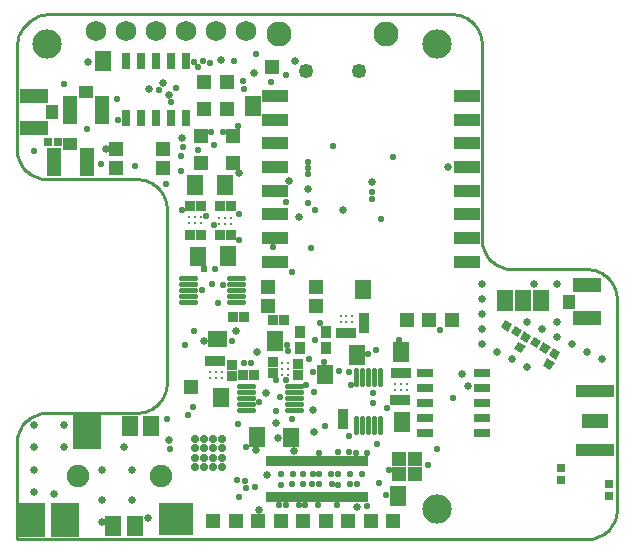
<source format=gbr>
G04 EAGLE Gerber RS-274X export*
G75*
%MOMM*%
%FSLAX34Y34*%
%LPD*%
%INSoldermask Top*%
%IPPOS*%
%AMOC8*
5,1,8,0,0,1.08239X$1,22.5*%
G01*
%ADD10C,2.489200*%
%ADD11R,1.203200X1.203200*%
%ADD12R,0.823200X0.823200*%
%ADD13R,0.711200X1.473200*%
%ADD14R,0.246381X0.787400*%
%ADD15R,8.737600X0.812800*%
%ADD16R,1.473200X0.711200*%
%ADD17C,2.103200*%
%ADD18C,1.253200*%
%ADD19R,1.473200X0.838200*%
%ADD20R,0.863200X1.103200*%
%ADD21R,1.371600X1.803400*%
%ADD22C,0.325000*%
%ADD23C,0.453200*%
%ADD24R,2.203200X1.003200*%
%ADD25R,2.403200X1.253200*%
%ADD26R,1.003200X1.203200*%
%ADD27C,1.727200*%
%ADD28R,3.200000X1.000000*%
%ADD29R,2.200000X1.200000*%
%ADD30R,0.700000X0.700000*%
%ADD31R,1.253200X2.403200*%
%ADD32R,1.203200X1.003200*%
%ADD33R,0.703200X0.703200*%
%ADD34R,0.700000X0.700000*%
%ADD35R,0.703200X0.703200*%
%ADD36C,0.703200*%
%ADD37R,2.203200X3.003200*%
%ADD38R,3.003200X2.803200*%
%ADD39R,2.403200X3.003200*%
%ADD40C,1.903200*%
%ADD41R,0.838200X1.473200*%
%ADD42R,1.353200X1.653200*%
%ADD43R,1.303200X1.303200*%
%ADD44C,0.584200*%
%ADD45C,0.660400*%
%ADD46C,0.558800*%
%ADD47C,0.609600*%
%ADD48C,0.254000*%


D10*
X355600Y25400D03*
X25400Y419100D03*
X355600Y419100D03*
D11*
X323850Y68072D03*
X337566Y68072D03*
X337566Y54864D03*
X185420Y15240D03*
X223520Y15240D03*
X261620Y15240D03*
X280670Y15240D03*
X242570Y15240D03*
X204470Y15240D03*
D12*
X328858Y117602D03*
X319858Y117602D03*
X329874Y140462D03*
X320874Y140462D03*
X283138Y174752D03*
X274138Y174752D03*
X294132Y187634D03*
X294132Y178634D03*
X146630Y281940D03*
X155630Y281940D03*
X146630Y257810D03*
X155630Y257810D03*
X181030Y257810D03*
X172030Y257810D03*
X181030Y281940D03*
X172030Y281940D03*
X237998Y148010D03*
X237998Y139010D03*
X216662Y149788D03*
X216662Y140788D03*
X226242Y185420D03*
X217242Y185420D03*
D11*
X318770Y15240D03*
X299720Y15240D03*
D13*
X92202Y356870D03*
X92202Y405130D03*
X104902Y356870D03*
X104902Y405130D03*
X117602Y356870D03*
X117602Y405130D03*
X130302Y356870D03*
X130302Y405130D03*
X143002Y356870D03*
X143002Y405130D03*
D14*
X252006Y35433D03*
X248006Y35433D03*
X244006Y35433D03*
X240006Y35433D03*
X236006Y35433D03*
X232006Y35433D03*
X228006Y35433D03*
X224006Y35433D03*
X220006Y35433D03*
X216006Y35433D03*
X212006Y35433D03*
X296006Y35433D03*
X292006Y35433D03*
X288006Y35433D03*
X284006Y35433D03*
X280006Y35433D03*
X276006Y35433D03*
X272006Y35433D03*
X268006Y35433D03*
X264006Y35433D03*
X260006Y35433D03*
X256006Y35433D03*
X248006Y66167D03*
X244006Y66167D03*
X240006Y66167D03*
X236006Y66167D03*
X232006Y66167D03*
X228006Y66167D03*
X224006Y66167D03*
X220006Y66167D03*
X216006Y66167D03*
X212006Y66167D03*
X296006Y66167D03*
X292006Y66167D03*
X288006Y66167D03*
X284006Y66167D03*
X280006Y66167D03*
X276006Y66167D03*
X272006Y66167D03*
X268006Y66167D03*
X264006Y66167D03*
X260006Y66167D03*
X256006Y66167D03*
X252006Y66167D03*
D15*
X254000Y35560D03*
X254000Y66040D03*
D16*
X345694Y140970D03*
X393954Y140970D03*
X345694Y128270D03*
X393954Y128270D03*
X345694Y115570D03*
X393954Y115570D03*
X345694Y102870D03*
X393954Y102870D03*
X345694Y90170D03*
X393954Y90170D03*
D17*
X312208Y427482D03*
X222208Y427482D03*
D18*
X244958Y396232D03*
X289458Y396232D03*
D19*
X293116Y207264D03*
X293116Y215392D03*
X288036Y152146D03*
X288036Y160274D03*
X326136Y94996D03*
X326136Y103124D03*
X232156Y82042D03*
X232156Y90170D03*
X203708Y82550D03*
X203708Y90678D03*
X72898Y408940D03*
X72898Y400812D03*
X323088Y40640D03*
X323088Y32512D03*
X325374Y154432D03*
X325374Y162560D03*
X153416Y243586D03*
X153416Y235458D03*
X176530Y295656D03*
X176530Y303784D03*
X218948Y163830D03*
X218948Y171958D03*
X261112Y135382D03*
X261112Y143510D03*
X178816Y235966D03*
X178816Y244094D03*
X151130Y303784D03*
X151130Y295656D03*
D20*
X239494Y162160D03*
X261394Y162160D03*
X261394Y175660D03*
X239494Y175660D03*
D21*
G36*
X419930Y193105D02*
X406215Y193128D01*
X406246Y211161D01*
X419961Y211138D01*
X419930Y193105D01*
G37*
G36*
X435170Y193078D02*
X421455Y193101D01*
X421486Y211134D01*
X435201Y211111D01*
X435170Y193078D01*
G37*
G36*
X450410Y193051D02*
X436695Y193074D01*
X436726Y211107D01*
X450441Y211084D01*
X450410Y193051D01*
G37*
D22*
X330374Y126532D03*
X330374Y131532D03*
X325374Y126532D03*
X325374Y131532D03*
X320374Y126532D03*
X320374Y131532D03*
X229830Y149018D03*
X224830Y149018D03*
X229830Y144018D03*
X224830Y144018D03*
X229830Y139018D03*
X224830Y139018D03*
D23*
X200126Y129888D02*
X188126Y129888D01*
X188126Y124888D02*
X200126Y124888D01*
X200126Y119888D02*
X188126Y119888D01*
X188126Y114888D02*
X200126Y114888D01*
X200126Y109888D02*
X188126Y109888D01*
X228626Y109888D02*
X240626Y109888D01*
X240626Y114888D02*
X228626Y114888D01*
X228626Y119888D02*
X240626Y119888D01*
X240626Y124888D02*
X228626Y124888D01*
X228626Y129888D02*
X240626Y129888D01*
D24*
X380974Y235188D03*
X380974Y255188D03*
X380974Y275188D03*
X380974Y295188D03*
X380974Y315188D03*
X380974Y335188D03*
X380974Y355188D03*
X380974Y375188D03*
X218974Y375188D03*
X218974Y355188D03*
X218974Y335188D03*
X218974Y315188D03*
X218974Y295188D03*
X218974Y275188D03*
X218974Y255188D03*
X218974Y235188D03*
D23*
X191350Y200820D02*
X179350Y200820D01*
X179350Y205820D02*
X191350Y205820D01*
X191350Y210820D02*
X179350Y210820D01*
X179350Y215820D02*
X191350Y215820D01*
X191350Y220820D02*
X179350Y220820D01*
X150850Y220820D02*
X138850Y220820D01*
X138850Y215820D02*
X150850Y215820D01*
X150850Y210820D02*
X138850Y210820D01*
X138850Y205820D02*
X150850Y205820D01*
X150850Y200820D02*
X138850Y200820D01*
X287180Y102844D02*
X287180Y90844D01*
X292180Y90844D02*
X292180Y102844D01*
X297180Y102844D02*
X297180Y90844D01*
X302180Y90844D02*
X302180Y102844D01*
X307180Y102844D02*
X307180Y90844D01*
X307180Y131344D02*
X307180Y143344D01*
X302180Y143344D02*
X302180Y131344D01*
X297180Y131344D02*
X297180Y143344D01*
X292180Y143344D02*
X292180Y131344D01*
X287180Y131344D02*
X287180Y143344D01*
D22*
X284146Y183682D03*
X284146Y188682D03*
X279146Y183682D03*
X279146Y188682D03*
X274146Y183682D03*
X274146Y188682D03*
X146130Y273010D03*
X146130Y268010D03*
X151130Y273010D03*
X151130Y268010D03*
X156130Y273010D03*
X156130Y268010D03*
X181530Y266740D03*
X181530Y271740D03*
X176530Y266740D03*
X176530Y271740D03*
X171530Y266740D03*
X171530Y271740D03*
D11*
X215900Y400050D03*
D25*
X482854Y187418D03*
X482854Y214918D03*
D26*
X467604Y201168D03*
D27*
X118066Y429986D03*
X143466Y429986D03*
X67266Y429986D03*
X92666Y429986D03*
X168866Y429986D03*
X194266Y429986D03*
D28*
X489808Y125390D03*
X489808Y75390D03*
D29*
X489808Y100390D03*
D30*
X501492Y36466D03*
X501492Y46466D03*
X460832Y60426D03*
X460832Y50426D03*
D11*
X83886Y314326D03*
X83886Y330326D03*
X123886Y330326D03*
X123886Y314326D03*
X212918Y197740D03*
X212918Y213740D03*
X252918Y213740D03*
X252918Y197740D03*
D25*
X14478Y375700D03*
X14478Y348200D03*
D26*
X29728Y361950D03*
D31*
X44924Y363474D03*
X72424Y363474D03*
D32*
X58674Y378724D03*
D31*
X31716Y319278D03*
X59216Y319278D03*
D32*
X45466Y334528D03*
D33*
X35234Y336042D03*
X26234Y336042D03*
D34*
G36*
X415711Y175923D02*
X409649Y179423D01*
X413149Y185485D01*
X419211Y181985D01*
X415711Y175923D01*
G37*
G36*
X424371Y170923D02*
X418309Y174423D01*
X421809Y180485D01*
X427871Y176985D01*
X424371Y170923D01*
G37*
G36*
X426181Y169902D02*
X429681Y175964D01*
X435743Y172464D01*
X432243Y166402D01*
X426181Y169902D01*
G37*
G36*
X421181Y161241D02*
X424681Y167303D01*
X430743Y163803D01*
X427243Y157741D01*
X421181Y161241D01*
G37*
G36*
X450738Y155724D02*
X454238Y161786D01*
X460300Y158286D01*
X456800Y152224D01*
X450738Y155724D01*
G37*
G36*
X445738Y147063D02*
X449238Y153125D01*
X455300Y149625D01*
X451800Y143563D01*
X445738Y147063D01*
G37*
D35*
G36*
X440572Y161551D02*
X434484Y165067D01*
X438000Y171155D01*
X444088Y167639D01*
X440572Y161551D01*
G37*
G36*
X448367Y157051D02*
X442279Y160567D01*
X445795Y166655D01*
X451883Y163139D01*
X448367Y157051D01*
G37*
D36*
X173990Y61214D03*
X173990Y68834D03*
X173990Y76962D03*
X173990Y84582D03*
X166370Y61214D03*
X166370Y68834D03*
X166370Y76962D03*
X166370Y84582D03*
X158242Y61214D03*
X158242Y68834D03*
X158242Y76962D03*
X158242Y84582D03*
X150622Y61214D03*
X150622Y68834D03*
X150622Y76962D03*
X150622Y84582D03*
D37*
X12828Y16594D03*
D38*
X134828Y17594D03*
D39*
X59828Y90594D03*
X40828Y16594D03*
D40*
X51828Y53594D03*
X121828Y53594D03*
D12*
X182118Y138502D03*
X182118Y147502D03*
X172394Y150876D03*
X163394Y150876D03*
D22*
X173402Y136946D03*
X173402Y141946D03*
X168402Y136946D03*
X168402Y141946D03*
X163402Y136946D03*
X163402Y141946D03*
D41*
X173990Y169164D03*
X165862Y169164D03*
D19*
X172974Y116078D03*
X172974Y124206D03*
D42*
X81678Y11176D03*
X99678Y11176D03*
X113648Y96266D03*
X95648Y96266D03*
D43*
X147574Y128524D03*
D11*
X156210Y341630D03*
X182880Y341630D03*
X349250Y185420D03*
X182880Y318770D03*
X156210Y318770D03*
X177800Y387350D03*
X158750Y387350D03*
X368300Y185420D03*
X330200Y185420D03*
X177800Y364490D03*
X158750Y364490D03*
X323850Y54864D03*
D19*
X200154Y362772D03*
X200154Y370900D03*
D11*
X166370Y15240D03*
D12*
X191842Y139446D03*
X200842Y139446D03*
X192206Y188468D03*
X183206Y188468D03*
X276098Y97354D03*
X276098Y106354D03*
D44*
X355600Y76200D03*
X86106Y354838D03*
X120142Y380746D03*
X139192Y324612D03*
X167640Y228600D03*
X198120Y149098D03*
X250952Y141224D03*
X219710Y108458D03*
X215392Y387096D03*
X228092Y393446D03*
X201930Y44450D03*
X186690Y50546D03*
X142494Y164592D03*
X71374Y317500D03*
X100076Y316230D03*
X125984Y300990D03*
X140462Y331978D03*
X139700Y278384D03*
X188214Y275590D03*
X308692Y271354D03*
X307086Y47752D03*
X312928Y37338D03*
X187198Y97790D03*
X313182Y110998D03*
X280924Y141478D03*
D45*
X250698Y109474D03*
X234696Y74422D03*
D44*
X229616Y159512D03*
D45*
X393700Y215900D03*
X393700Y203200D03*
X393700Y190500D03*
X393700Y177800D03*
X393700Y165100D03*
X431800Y184150D03*
X444500Y177800D03*
X457200Y171450D03*
X469900Y165100D03*
X482600Y158750D03*
X495300Y152400D03*
D44*
X187706Y350266D03*
D45*
X406400Y158750D03*
X419100Y152400D03*
X431800Y146050D03*
D44*
X14986Y328676D03*
X59436Y347726D03*
X40386Y385826D03*
X84836Y373126D03*
D45*
X457200Y215900D03*
X438150Y215900D03*
X457200Y184150D03*
D44*
X246462Y308946D03*
X246462Y319106D03*
X246462Y314026D03*
X222250Y28702D03*
X228346Y285496D03*
X252730Y168402D03*
X271272Y28702D03*
X217170Y247396D03*
D45*
X246716Y296482D03*
X301072Y302596D03*
X276180Y278720D03*
D44*
X323850Y168656D03*
X239014Y28702D03*
X248920Y246888D03*
X261112Y95758D03*
X193040Y49530D03*
X272034Y73660D03*
X188468Y36068D03*
X255016Y28702D03*
X232664Y226314D03*
X300818Y293960D03*
D45*
X382016Y129540D03*
D44*
X300564Y287864D03*
D45*
X377190Y140208D03*
D44*
X246208Y284308D03*
X256286Y73152D03*
D45*
X230632Y303022D03*
X239014Y273050D03*
D44*
X252812Y278466D03*
D45*
X365252Y315468D03*
X123952Y386334D03*
D44*
X163322Y403352D03*
D45*
X172974Y405384D03*
X112014Y381508D03*
X75438Y330200D03*
X59944Y404368D03*
X201168Y394716D03*
D44*
X292100Y55118D03*
X130302Y370078D03*
X287528Y72898D03*
D45*
X129032Y376174D03*
X251968Y90424D03*
D44*
X296164Y28448D03*
X202692Y410718D03*
X149860Y404114D03*
D45*
X288036Y27432D03*
D44*
X296164Y72898D03*
X134620Y381762D03*
D46*
X287655Y46990D03*
D44*
X183642Y405130D03*
D46*
X219075Y134493D03*
X182118Y167640D03*
D44*
X228600Y164592D03*
D45*
X203708Y158496D03*
X185420Y176276D03*
D44*
X174498Y344932D03*
X174498Y214884D03*
X192786Y381000D03*
X223266Y120142D03*
X301498Y115570D03*
X358394Y177038D03*
X297688Y156718D03*
X164846Y344424D03*
X156718Y210820D03*
X256540Y183134D03*
X304292Y160020D03*
X160528Y273812D03*
X153670Y329692D03*
X228346Y134620D03*
X191516Y388366D03*
X315214Y58420D03*
X139192Y311404D03*
X166878Y265938D03*
X166878Y333756D03*
D47*
X158750Y229108D03*
D44*
X227838Y28702D03*
X260350Y149860D03*
X244094Y28702D03*
X273050Y142494D03*
D45*
X188214Y309880D03*
D44*
X267798Y333330D03*
X188214Y253238D03*
D46*
X233426Y101854D03*
X281305Y73660D03*
D44*
X281432Y87122D03*
D45*
X235712Y405130D03*
D44*
X318262Y323596D03*
X369570Y119634D03*
D45*
X204724Y24384D03*
X212090Y54102D03*
D44*
X247015Y152400D03*
X224028Y55118D03*
X233680Y55118D03*
X242062Y55118D03*
X250444Y55118D03*
X256032Y55118D03*
X266446Y55118D03*
X271780Y55118D03*
X281940Y55118D03*
X224028Y46228D03*
X232664Y46482D03*
X242062Y46482D03*
X250190Y46482D03*
X255524Y46482D03*
X266700Y46482D03*
X271780Y46228D03*
X281940Y46482D03*
D45*
X221488Y85344D03*
D44*
X305054Y80899D03*
X192532Y149606D03*
X348234Y63246D03*
X193675Y43815D03*
X244856Y130810D03*
X170688Y199898D03*
X194310Y77978D03*
X282702Y130556D03*
X165100Y215900D03*
X251968Y124714D03*
X302006Y123952D03*
D45*
X202946Y75184D03*
X139700Y340106D03*
X158750Y167894D03*
X211074Y124206D03*
X219710Y98044D03*
D44*
X157480Y404622D03*
X149860Y176022D03*
X130048Y76200D03*
X145288Y105156D03*
X153416Y399542D03*
X204724Y116078D03*
D45*
X31750Y38100D03*
X129032Y84074D03*
X97282Y58674D03*
X14732Y96774D03*
X40132Y96774D03*
X14732Y77724D03*
X14732Y58674D03*
X14732Y39624D03*
X40132Y77724D03*
X71882Y58674D03*
X90932Y77724D03*
X71882Y33274D03*
X97282Y33274D03*
X71882Y14224D03*
X111506Y18034D03*
D44*
X127000Y101600D03*
X149606Y112268D03*
D48*
X0Y0D02*
X482600Y0D01*
X484814Y97D01*
X487011Y386D01*
X489174Y865D01*
X491287Y1532D01*
X493335Y2380D01*
X495300Y3403D01*
X497169Y4594D01*
X498927Y5942D01*
X500561Y7440D01*
X502058Y9073D01*
X503406Y10831D01*
X504597Y12700D01*
X505620Y14666D01*
X506468Y16713D01*
X507135Y18826D01*
X507614Y20989D01*
X507903Y23186D01*
X508000Y25400D01*
X508000Y203200D01*
X507903Y205414D01*
X507614Y207611D01*
X507135Y209774D01*
X506468Y211887D01*
X505620Y213935D01*
X504597Y215900D01*
X503406Y217769D01*
X502058Y219527D01*
X500561Y221161D01*
X498927Y222658D01*
X497169Y224006D01*
X495300Y225197D01*
X493335Y226220D01*
X491287Y227068D01*
X489174Y227735D01*
X487011Y228214D01*
X484814Y228503D01*
X482600Y228600D01*
X419100Y228600D01*
X416886Y228697D01*
X414689Y228986D01*
X412526Y229465D01*
X410413Y230132D01*
X408366Y230980D01*
X406400Y232003D01*
X404531Y233194D01*
X402773Y234542D01*
X401140Y236040D01*
X399642Y237673D01*
X398294Y239431D01*
X397103Y241300D01*
X396080Y243266D01*
X395232Y245313D01*
X394565Y247426D01*
X394086Y249589D01*
X393797Y251786D01*
X393700Y254000D01*
X393700Y419100D01*
X393603Y421314D01*
X393314Y423511D01*
X392835Y425674D01*
X392168Y427787D01*
X391320Y429835D01*
X390297Y431800D01*
X389106Y433669D01*
X387758Y435427D01*
X386261Y437061D01*
X384627Y438558D01*
X382869Y439906D01*
X381000Y441097D01*
X379035Y442120D01*
X376987Y442968D01*
X374874Y443635D01*
X372711Y444114D01*
X370514Y444403D01*
X368300Y444500D01*
X25400Y444500D01*
X22922Y444115D01*
X20486Y443515D01*
X18112Y442705D01*
X15818Y441691D01*
X13621Y440481D01*
X11538Y439084D01*
X9584Y437511D01*
X7775Y435774D01*
X6124Y433886D01*
X4644Y431860D01*
X3347Y429714D01*
X2241Y427463D01*
X1335Y425124D01*
X637Y422715D01*
X152Y420254D01*
X-117Y417760D01*
X-168Y415253D01*
X0Y412750D01*
X0Y330200D01*
X97Y327986D01*
X386Y325789D01*
X865Y323626D01*
X1532Y321513D01*
X2380Y319466D01*
X3403Y317500D01*
X4594Y315631D01*
X5942Y313873D01*
X7440Y312240D01*
X9073Y310742D01*
X10831Y309394D01*
X12700Y308203D01*
X14666Y307180D01*
X16713Y306332D01*
X18826Y305665D01*
X20989Y305186D01*
X23186Y304897D01*
X25400Y304800D01*
X101600Y304800D01*
X103814Y304703D01*
X106011Y304414D01*
X108174Y303935D01*
X110287Y303268D01*
X112335Y302420D01*
X114300Y301397D01*
X116169Y300206D01*
X117927Y298858D01*
X119561Y297361D01*
X121058Y295727D01*
X122406Y293969D01*
X123597Y292100D01*
X124620Y290135D01*
X125468Y288087D01*
X126135Y285974D01*
X126614Y283811D01*
X126903Y281614D01*
X127000Y279400D01*
X127000Y132588D01*
X126903Y130374D01*
X126614Y128177D01*
X126135Y126014D01*
X125468Y123901D01*
X124620Y121854D01*
X123597Y119888D01*
X122406Y118019D01*
X121058Y116261D01*
X119561Y114628D01*
X117927Y113130D01*
X116169Y111782D01*
X114300Y110591D01*
X112335Y109568D01*
X110287Y108720D01*
X108174Y108053D01*
X106011Y107574D01*
X103814Y107285D01*
X101600Y107188D01*
X25400Y107188D01*
X23186Y107091D01*
X20989Y106802D01*
X18826Y106323D01*
X16713Y105656D01*
X14666Y104808D01*
X12700Y103785D01*
X10831Y102594D01*
X9073Y101246D01*
X7440Y99749D01*
X5942Y98115D01*
X4594Y96357D01*
X3403Y94488D01*
X2380Y92523D01*
X1532Y90475D01*
X865Y88362D01*
X386Y86199D01*
X97Y84002D01*
X0Y81788D01*
X0Y0D01*
M02*

</source>
